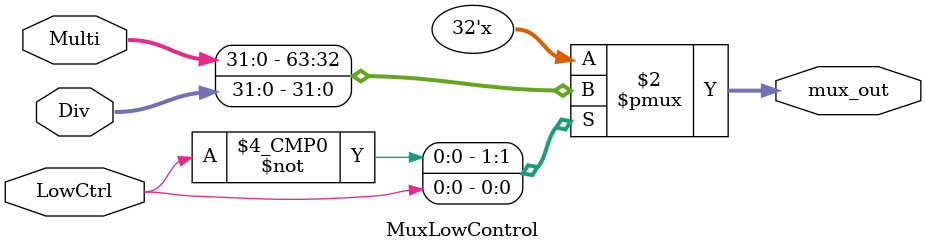
<source format=sv>
module MuxLowControl(LowCtrl, Multi, Div, mux_out);

input LowCtrl;
input [31:0] Multi;
input [31:0] Div;
output reg [31:0] mux_out;

always @ (LowCtrl)
begin

case(LowCtrl)
1'd0:mux_out <= Multi;
1'd1:mux_out <= Div;
endcase

end
endmodule
</source>
